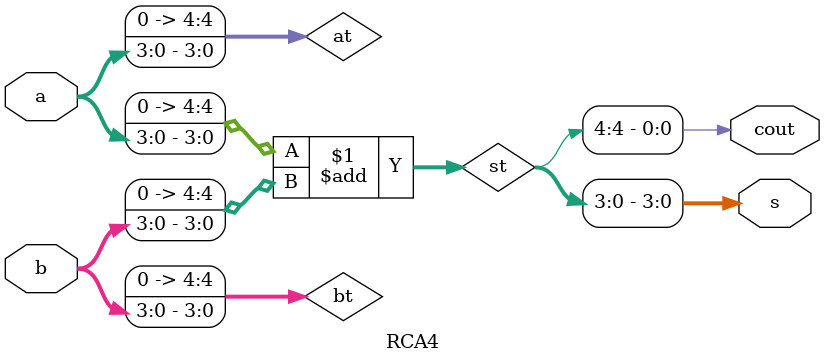
<source format=v>
module RCA4( a, b, cout, s ) ;

 input [3:0] a, b ;
 output [3:0] s ;
 output cout ;
 
 wire [4:0] at, bt ;
 wire [4:0] st ;
 
 assign at = {1'b0, a} ;
 assign bt = {1'b0, b} ;
 assign st = at + bt ;
 assign s = st[3:0] ;
 assign cout = st[4:4] ;
 
 endmodule
 
</source>
